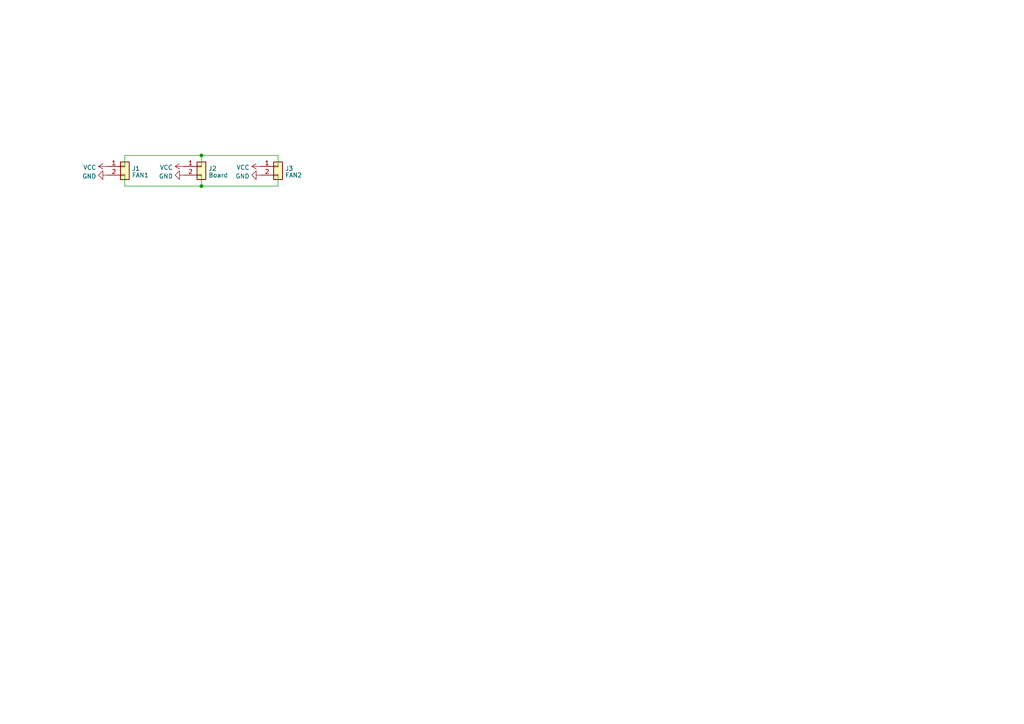
<source format=kicad_sch>
(kicad_sch (version 20230121) (generator eeschema)
  (paper "A4")
  (lib_symbols
    (symbol "Connector_Generic:Conn_01x02" (pin_names (offset 1.016) hide)
      (property "Reference" "J" (at 0 2.54 0))
      (property "Value" "Conn_01x02" (at 0 -5.08 0))
      (symbol "Conn_01x02_1_1"
        (rectangle (start -1.27 -2.413) (end 0 -2.667) (stroke (width 0.1524)))
        (rectangle (start -1.27 0.127) (end 0 -0.127) (stroke (width 0.1524)))
        (rectangle (start -1.27 1.27) (end 1.27 -3.81) (stroke (width 0.254)) (fill (type background)))
        (pin passive line (at -5.08 0 0) (length 3.81) (name "Pin_1") (number "1"))
        (pin passive line (at -5.08 -2.54 0) (length 3.81) (name "Pin_2") (number "2"))
      )
    )
    (symbol "power:GND" (power) (pin_names (offset 0))
      (property "Value" "GND" (at 0 -3.81 0))
      (symbol "GND_0_1"
        (polyline (pts (xy 0 0) (xy 0 -1.27) (xy 1.27 -1.27) (xy 0 -2.54) (xy -1.27 -1.27) (xy 0 -1.27)))
      )
      (symbol "GND_1_1"
        (pin power_in line (at 0 0 270) (length 0) hide (name "GND") (number "1"))
      )
    )
    (symbol "power:VCC" (power) (pin_names (offset 0))
      (property "Value" "VCC" (at 0 3.81 0))
      (symbol "VCC_0_1"
        (polyline (pts (xy -0.762 1.27) (xy 0 2.54)))
        (polyline (pts (xy 0 0) (xy 0 2.54)))
        (polyline (pts (xy 0 2.54) (xy 0.762 1.27)))
      )
      (symbol "VCC_1_1"
        (pin power_in line (at 0 0 90) (length 0) hide (name "VCC") (number "1"))
      )
    )
  )
  (junction (at 58.42 45.085))
  (junction (at 58.42 53.975))
  (wire (pts (xy 58.42 53.975) (xy 80.645 53.975)))
  (wire (pts (xy 80.645 45.085) (xy 80.645 48.26)))
  (wire (pts (xy 36.195 53.975) (xy 58.42 53.975)))
  (wire (pts (xy 58.42 45.085) (xy 58.42 48.26)))
  (wire (pts (xy 36.195 50.8) (xy 36.195 53.975)))
  (wire (pts (xy 36.195 45.085) (xy 58.42 45.085)))
  (wire (pts (xy 58.42 45.085) (xy 80.645 45.085)))
  (wire (pts (xy 36.195 48.26) (xy 36.195 45.085)))
  (wire (pts (xy 80.645 50.8) (xy 80.645 53.975)))
  (wire (pts (xy 58.42 50.8) (xy 58.42 53.975)))
  (symbol (lib_id "power:VCC") (at 31.115 48.26 90) (unit 1)
    (property "Reference" "#PWR04" (effects hide))
    (property "Value" "VCC" (at 27.94 48.5768 90) (effects (justify left)))
  )
  (symbol (lib_id "power:GND") (at 75.565 50.8 270) (unit 1)
    (property "Reference" "#PWR03" (effects hide))
    (property "Value" "GND" (at 72.3901 51.1168 90) (effects (justify right)))
  )
  (symbol (lib_id "power:VCC") (at 53.34 48.26 90) (unit 1)
    (property "Reference" "#PWR05" (effects hide))
    (property "Value" "VCC" (at 50.165 48.5768 90) (effects (justify left)))
  )
  (symbol (lib_id "power:VCC") (at 75.565 48.26 90) (unit 1)
    (property "Reference" "#PWR06" (effects hide))
    (property "Value" "VCC" (at 72.39 48.5768 90) (effects (justify left)))
  )
  (symbol (lib_id "Connector_Generic:Conn_01x02") (at 58.42 48.26 0) (unit 1)
    (property "Reference" "J2" (at 60.452 48.8863 0) (effects (justify left)))
    (property "Value" "Board" (at 60.452 50.8073 0) (effects (justify left)))
    (property "Footprint" "Connector_JST:JST_PH_B2B-PH-K_1x02_P2.00mm_Vertical" (effects hide))
  )
  (symbol (lib_id "power:GND") (at 53.34 50.8 270) (unit 1)
    (property "Reference" "#PWR02" (effects hide))
    (property "Value" "GND" (at 50.1651 51.1168 90) (effects (justify right)))
  )
  (symbol (lib_id "Connector_Generic:Conn_01x02") (at 80.645 48.26 0) (unit 1)
    (property "Reference" "J3" (at 82.677 48.8863 0) (effects (justify left)))
    (property "Value" "FAN2" (at 82.677 50.8073 0) (effects (justify left)))
    (property "Footprint" "Connector_JST:JST_XH_S2B-XH-A_1x02_P2.50mm_Horizontal" (effects hide))
  )
  (symbol (lib_id "Connector_Generic:Conn_01x02") (at 36.195 48.26 0) (unit 1)
    (property "Reference" "J1" (at 38.227 48.8863 0) (effects (justify left)))
    (property "Value" "FAN1" (at 38.227 50.8073 0) (effects (justify left)))
    (property "Footprint" "Connector_JST:JST_XH_S2B-XH-A-1_1x02_P2.50mm_Horizontal" (effects hide))
  )
  (symbol (lib_id "power:GND") (at 31.115 50.8 270) (unit 1)
    (property "Reference" "#PWR01" (effects hide))
    (property "Value" "GND" (at 27.9401 51.1168 90) (effects (justify right)))
  )
)
</source>
